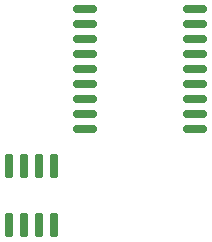
<source format=gtp>
%TF.GenerationSoftware,KiCad,Pcbnew,6.0.4-6f826c9f35~116~ubuntu20.04.1*%
%TF.CreationDate,2022-04-13T14:27:07+02:00*%
%TF.ProjectId,sprayGun_PCB,73707261-7947-4756-9e5f-5043422e6b69,rev?*%
%TF.SameCoordinates,Original*%
%TF.FileFunction,Paste,Top*%
%TF.FilePolarity,Positive*%
%FSLAX46Y46*%
G04 Gerber Fmt 4.6, Leading zero omitted, Abs format (unit mm)*
G04 Created by KiCad (PCBNEW 6.0.4-6f826c9f35~116~ubuntu20.04.1) date 2022-04-13 14:27:07*
%MOMM*%
%LPD*%
G01*
G04 APERTURE LIST*
G04 Aperture macros list*
%AMRoundRect*
0 Rectangle with rounded corners*
0 $1 Rounding radius*
0 $2 $3 $4 $5 $6 $7 $8 $9 X,Y pos of 4 corners*
0 Add a 4 corners polygon primitive as box body*
4,1,4,$2,$3,$4,$5,$6,$7,$8,$9,$2,$3,0*
0 Add four circle primitives for the rounded corners*
1,1,$1+$1,$2,$3*
1,1,$1+$1,$4,$5*
1,1,$1+$1,$6,$7*
1,1,$1+$1,$8,$9*
0 Add four rect primitives between the rounded corners*
20,1,$1+$1,$2,$3,$4,$5,0*
20,1,$1+$1,$4,$5,$6,$7,0*
20,1,$1+$1,$6,$7,$8,$9,0*
20,1,$1+$1,$8,$9,$2,$3,0*%
G04 Aperture macros list end*
%ADD10RoundRect,0.042000X-0.258000X0.943000X-0.258000X-0.943000X0.258000X-0.943000X0.258000X0.943000X0*%
%ADD11RoundRect,0.150000X-0.875000X-0.150000X0.875000X-0.150000X0.875000X0.150000X-0.875000X0.150000X0*%
G04 APERTURE END LIST*
D10*
%TO.C,U2*%
X110405000Y-117530000D03*
X109135000Y-117530000D03*
X107865000Y-117530000D03*
X106595000Y-117530000D03*
X106595000Y-122470000D03*
X107865000Y-122470000D03*
X109135000Y-122470000D03*
X110405000Y-122470000D03*
%TD*%
D11*
%TO.C,U1*%
X113080000Y-104250000D03*
X113080000Y-105520000D03*
X113080000Y-106790000D03*
X113080000Y-108060000D03*
X113080000Y-109330000D03*
X113080000Y-110600000D03*
X113080000Y-111870000D03*
X113080000Y-113140000D03*
X113080000Y-114410000D03*
X122380000Y-114410000D03*
X122380000Y-113140000D03*
X122380000Y-111870000D03*
X122380000Y-110600000D03*
X122380000Y-109330000D03*
X122380000Y-108060000D03*
X122380000Y-106790000D03*
X122380000Y-105520000D03*
X122380000Y-104250000D03*
%TD*%
M02*

</source>
